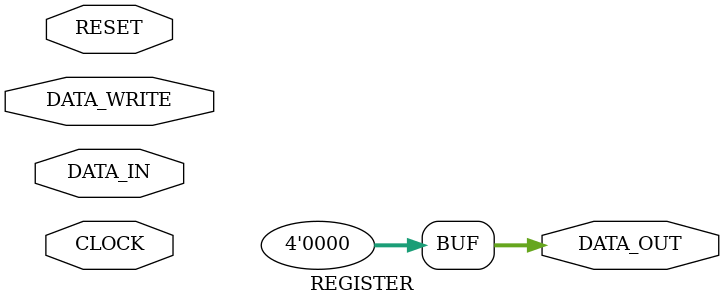
<source format=v>
/* レジスタ
 * RESET      : 非同期リセット 0でリセット
 * CLOCK      : クロック 立ち上がりでロード
 * DATA_IN    : ロードする値
 * DATA_WRITE : クロック立ち上がり時0ならそのまま、1ならロード
 * DATA_OUT   : データ出力
 */
module REGISTER(RESET, CLOCK, DATA_IN, DATA_WRITE, DATA_OUT);
	input        RESET;
	input        CLOCK;
	input  [3:0] DATA_IN;
	input        DATA_WRITE;
	output [3:0] DATA_OUT;

	reg    [3:0] DATA_OUT;

	// 非同期リセット
	always @(~RESET) begin
		DATA_OUT <= 4'b0;
	end

	// データ更新
	always @(posedge CLOCK) begin
		if (RESET) begin
			DATA_OUT <= DATA_WRITE ? DATA_IN : DATA_OUT;
		end
	end

endmodule

</source>
